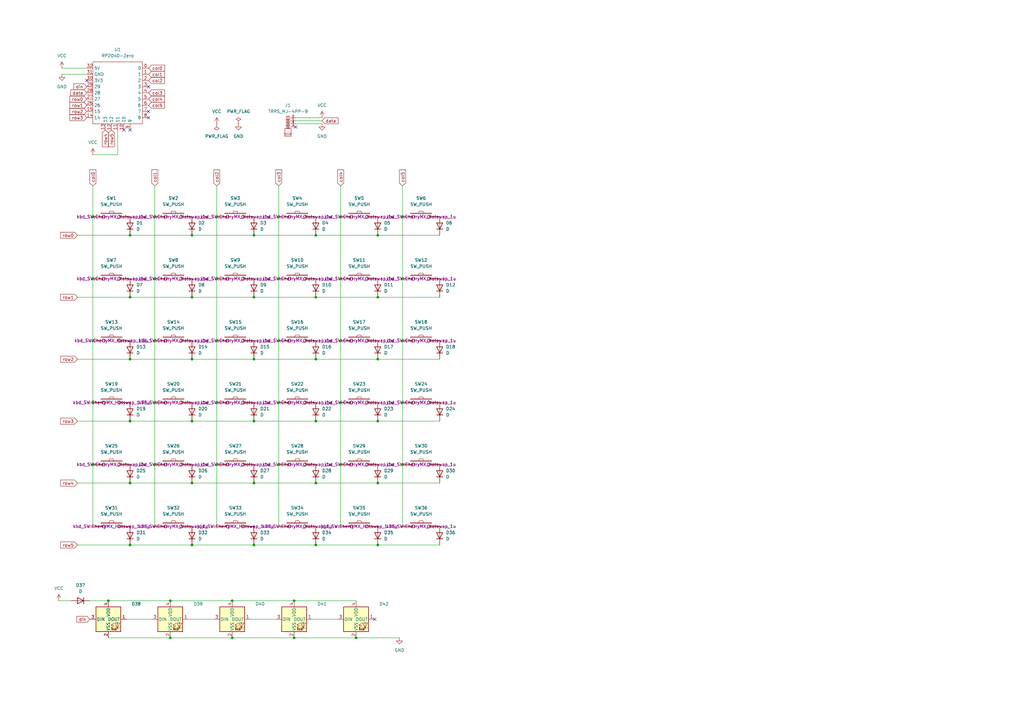
<source format=kicad_sch>
(kicad_sch (version 20231120) (generator "eeschema") (generator_version "8.0")
  (paper "A3")
  (lib_symbols
    (symbol "Device:D" (pin_numbers hide) (pin_names (offset 1.016) hide)
      (property "Reference" "D" (at 0 2.54 0))
      (property "Value" "D" (at 0 -2.54 0))
      (symbol "D_0_1"
        (polyline (pts (xy -1.27 1.27) (xy -1.27 -1.27)) (stroke (width 0.254)))
        (polyline (pts (xy 1.27 0) (xy -1.27 0)))
        (polyline (pts (xy 1.27 1.27) (xy 1.27 -1.27) (xy -1.27 0) (xy 1.27 1.27)) (stroke (width 0.254)))
      )
      (symbol "D_1_1"
        (pin passive line (at -3.81 0 0) (length 2.54) (name "K") (number "1"))
        (pin passive line (at 3.81 0 180) (length 2.54) (name "A") (number "2"))
      )
    )
    (symbol "LED:SK6812MINI" (pin_names (offset 0.254))
      (property "Reference" "D" (at 5.08 5.715 0))
      (property "Value" "SK6812MINI" (at 1.27 -5.715 0))
      (symbol "SK6812MINI_0_0"
        (text "RGB" (at 2.286 -4.191 0) (effects (font (size 0.762 0.762))))
      )
      (symbol "SK6812MINI_0_1"
        (polyline (pts (xy 1.27 -3.556) (xy 1.778 -3.556)))
        (polyline (pts (xy 1.27 -2.54) (xy 1.778 -2.54)))
        (polyline (pts (xy 4.699 -3.556) (xy 2.667 -3.556)))
        (polyline (pts (xy 2.286 -2.54) (xy 1.27 -3.556) (xy 1.27 -3.048)))
        (polyline (pts (xy 2.286 -1.524) (xy 1.27 -2.54) (xy 1.27 -2.032)))
        (polyline (pts (xy 3.683 -1.016) (xy 3.683 -3.556) (xy 3.683 -4.064)))
        (polyline (pts (xy 4.699 -1.524) (xy 2.667 -1.524) (xy 3.683 -3.556) (xy 4.699 -1.524)))
        (rectangle (start 5.08 5.08) (end -5.08 -5.08) (stroke (width 0.254)) (fill (type background)))
      )
      (symbol "SK6812MINI_1_1"
        (pin output line (at 7.62 0 180) (length 2.54) (name "DOUT") (number "1"))
        (pin power_in line (at 0 -7.62 90) (length 2.54) (name "VSS") (number "2"))
        (pin input line (at -7.62 0 0) (length 2.54) (name "DIN") (number "3"))
        (pin power_in line (at 0 7.62 270) (length 2.54) (name "VDD") (number "4"))
      )
    )
    (symbol "Salicylic_kbd:TRRS_MJ-4PP-9" (pin_names (offset 1.016))
      (property "Reference" "J" (at 0 5.08 0))
      (property "Value" "TRRS_MJ-4PP-9" (at 0 -6.985 0))
      (symbol "TRRS_MJ-4PP-9_0_0"
        (text "R" (at 0 0 0) (effects (font (size 0.6096 0.6096))))
        (text "R" (at 0 1.27 0) (effects (font (size 0.6096 0.6096))))
        (text "S" (at 0 -1.27 0) (effects (font (size 0.6096 0.6096))))
        (text "T" (at 0 2.54 0) (effects (font (size 0.6096 0.6096))))
      )
      (symbol "TRRS_MJ-4PP-9_0_1"
        (rectangle (start -1.27 -3.81) (end 1.27 -4.445))
        (rectangle (start -1.27 -1.905) (end 1.27 -5.08))
        (rectangle (start -0.635 -0.635) (end 0.635 -1.905))
        (rectangle (start -0.635 0.635) (end 0.635 -0.635))
        (rectangle (start -0.635 1.905) (end 0.635 0.635))
        (rectangle (start -0.635 3.175) (end 0.635 1.905))
      )
      (symbol "TRRS_MJ-4PP-9_1_1"
        (pin input line (at 3.175 -1.27 180) (length 2.0066) (name "~") (number "A"))
        (pin input line (at 3.175 0 180) (length 2.0066) (name "~") (number "B"))
        (pin input line (at 3.175 1.27 180) (length 2.0066) (name "~") (number "C"))
        (pin input line (at 3.175 2.54 180) (length 2.0066) (name "~") (number "D"))
      )
    )
    (symbol "isw-mcu:RP2040-Zero"
      (property "Reference" "U" (at 0 17.78 0))
      (property "Value" "RP2040-Zero" (at 0 15.24 0))
      (symbol "RP2040-Zero_0_1"
        (rectangle (start -10.16 12.7) (end 10.16 -12.7))
      )
      (symbol "RP2040-Zero_1_1"
        (pin tri_state line (at 12.7 10.16 180) (length 2.54) (name "0") (number "0"))
        (pin bidirectional line (at 12.7 7.62 180) (length 2.54) (name "1") (number "1"))
        (pin bidirectional line (at 2.54 -15.24 90) (length 2.54) (name "10") (number "10"))
        (pin bidirectional line (at 0 -15.24 90) (length 2.54) (name "11") (number "11"))
        (pin bidirectional line (at -2.54 -15.24 90) (length 2.54) (name "12") (number "12"))
        (pin bidirectional line (at -5.08 -15.24 90) (length 2.54) (name "13") (number "13"))
        (pin bidirectional line (at -12.7 -10.16 0) (length 2.54) (name "14") (number "14"))
        (pin bidirectional line (at -12.7 -7.62 0) (length 2.54) (name "15") (number "15"))
        (pin bidirectional line (at 12.7 5.08 180) (length 2.54) (name "2") (number "2"))
        (pin bidirectional line (at -12.7 -5.08 0) (length 2.54) (name "26") (number "26"))
        (pin bidirectional line (at -12.7 -2.54 0) (length 2.54) (name "27") (number "27"))
        (pin bidirectional line (at -12.7 0 0) (length 2.54) (name "28") (number "28"))
        (pin bidirectional line (at -12.7 2.54 0) (length 2.54) (name "29") (number "29"))
        (pin bidirectional line (at 12.7 2.54 180) (length 2.54) (name "3") (number "3"))
        (pin power_out line (at -12.7 5.08 0) (length 2.54) (name "3V3") (number "30"))
        (pin power_in line (at -12.7 7.62 0) (length 2.54) (name "GND") (number "31"))
        (pin power_out line (at -12.7 10.16 0) (length 2.54) (name "5V") (number "32"))
        (pin bidirectional line (at 12.7 0 180) (length 2.54) (name "4") (number "4"))
        (pin bidirectional line (at 12.7 -2.54 180) (length 2.54) (name "5") (number "5"))
        (pin bidirectional line (at 12.7 -5.08 180) (length 2.54) (name "6") (number "6"))
        (pin bidirectional line (at 12.7 -7.62 180) (length 2.54) (name "7") (number "7"))
        (pin bidirectional line (at 12.7 -10.16 180) (length 2.54) (name "8") (number "8"))
        (pin bidirectional line (at 5.08 -15.24 90) (length 2.54) (name "9") (number "9"))
      )
    )
    (symbol "kbd:SW_PUSH" (pin_numbers hide) (pin_names (offset 1.016) hide)
      (property "Reference" "SW" (at 3.81 2.794 0))
      (property "Value" "SW_PUSH" (at 0 -2.032 0))
      (symbol "SW_PUSH_0_1"
        (rectangle (start -4.318 1.27) (end 4.318 1.524))
        (polyline (pts (xy -1.016 1.524) (xy -0.762 2.286) (xy 0.762 2.286) (xy 1.016 1.524)))
        (pin passive inverted (at -7.62 0 0) (length 5.08) (name "1") (number "1"))
        (pin passive inverted (at 7.62 0 180) (length 5.08) (name "2") (number "2"))
      )
    )
    (symbol "power:GND" (power) (pin_numbers hide) (pin_names (offset 0) hide)
      (property "Value" "GND" (at 0 -3.81 0))
      (symbol "GND_0_1"
        (polyline (pts (xy 0 0) (xy 0 -1.27) (xy 1.27 -1.27) (xy 0 -2.54) (xy -1.27 -1.27) (xy 0 -1.27)))
      )
      (symbol "GND_1_1"
        (pin power_in line (at 0 0 270) (length 0) (name "~") (number "1"))
      )
    )
    (symbol "power:PWR_FLAG" (power) (pin_numbers hide) (pin_names (offset 0) hide)
      (property "Value" "PWR_FLAG" (at 0 3.81 0))
      (symbol "PWR_FLAG_0_0"
        (pin power_out line (at 0 0 90) (length 0) (name "~") (number "1"))
      )
      (symbol "PWR_FLAG_0_1"
        (polyline (pts (xy 0 0) (xy 0 1.27) (xy -1.016 1.905) (xy 0 2.54) (xy 1.016 1.905) (xy 0 1.27)))
      )
    )
    (symbol "power:VCC" (power) (pin_numbers hide) (pin_names (offset 0) hide)
      (property "Value" "VCC" (at 0 3.556 0))
      (symbol "VCC_0_1"
        (polyline (pts (xy -0.762 1.27) (xy 0 2.54)))
        (polyline (pts (xy 0 0) (xy 0 2.54)))
        (polyline (pts (xy 0 2.54) (xy 0.762 1.27)))
      )
      (symbol "VCC_1_1"
        (pin power_in line (at 0 0 90) (length 0) (name "~") (number "1"))
      )
    )
  )
  (junction (at 38.1 114.3))
  (junction (at 78.74 147.32))
  (junction (at 63.5 139.7))
  (junction (at 69.85 261.62))
  (junction (at 78.74 172.72))
  (junction (at 165.1 114.3))
  (junction (at 88.9 88.9))
  (junction (at 114.3 88.9))
  (junction (at 139.7 114.3))
  (junction (at 154.94 96.52))
  (junction (at 165.1 190.5))
  (junction (at 104.14 147.32))
  (junction (at 129.54 121.92))
  (junction (at 154.94 121.92))
  (junction (at 129.54 172.72))
  (junction (at 139.7 88.9))
  (junction (at 78.74 223.52))
  (junction (at 165.1 88.9))
  (junction (at 88.9 190.5))
  (junction (at 88.9 165.1))
  (junction (at 38.1 165.1))
  (junction (at 104.14 223.52))
  (junction (at 129.54 96.52))
  (junction (at 53.34 223.52))
  (junction (at 44.45 246.38))
  (junction (at 129.54 147.32))
  (junction (at 165.1 165.1))
  (junction (at 129.54 223.52))
  (junction (at 154.94 147.32))
  (junction (at 114.3 190.5))
  (junction (at 53.34 147.32))
  (junction (at 114.3 114.3))
  (junction (at 154.94 223.52))
  (junction (at 139.7 139.7))
  (junction (at 114.3 165.1))
  (junction (at 38.1 139.7))
  (junction (at 63.5 88.9))
  (junction (at 139.7 165.1))
  (junction (at 104.14 96.52))
  (junction (at 120.65 261.62))
  (junction (at 95.25 261.62))
  (junction (at 78.74 96.52))
  (junction (at 53.34 96.52))
  (junction (at 139.7 190.5))
  (junction (at 104.14 172.72))
  (junction (at 78.74 198.12))
  (junction (at 53.34 121.92))
  (junction (at 95.25 246.38))
  (junction (at 88.9 139.7))
  (junction (at 63.5 165.1))
  (junction (at 88.9 114.3))
  (junction (at 78.74 121.92))
  (junction (at 154.94 198.12))
  (junction (at 104.14 121.92))
  (junction (at 154.94 172.72))
  (junction (at 53.34 172.72))
  (junction (at 63.5 114.3))
  (junction (at 38.1 190.5))
  (junction (at 146.05 261.62))
  (junction (at 120.65 246.38))
  (junction (at 165.1 139.7))
  (junction (at 114.3 139.7))
  (junction (at 104.14 198.12))
  (junction (at 69.85 246.38))
  (junction (at 129.54 198.12))
  (junction (at 53.34 198.12))
  (junction (at 38.1 88.9))
  (junction (at 63.5 190.5))
  (no_connect (at 35.56 33.02))
  (no_connect (at 153.67 254))
  (no_connect (at 60.96 45.72))
  (no_connect (at 60.96 35.56))
  (no_connect (at 53.34 53.34))
  (no_connect (at 50.8 53.34))
  (no_connect (at 60.96 48.26))
  (no_connect (at 121.285 52.07))
  (wire (pts (xy 25.4 30.48) (xy 35.56 30.48)))
  (wire (pts (xy 146.05 261.62) (xy 163.83 261.62)))
  (wire (pts (xy 129.54 172.72) (xy 154.94 172.72)))
  (wire (pts (xy 31.75 147.32) (xy 53.34 147.32)))
  (wire (pts (xy 78.74 223.52) (xy 104.14 223.52)))
  (wire (pts (xy 31.75 223.52) (xy 53.34 223.52)))
  (wire (pts (xy 104.14 198.12) (xy 129.54 198.12)))
  (wire (pts (xy 53.34 121.92) (xy 78.74 121.92)))
  (wire (pts (xy 114.3 190.5) (xy 114.3 215.9)))
  (wire (pts (xy 48.26 53.34) (xy 48.26 63.5)))
  (wire (pts (xy 165.1 114.3) (xy 165.1 139.7)))
  (wire (pts (xy 77.47 254) (xy 87.63 254)))
  (wire (pts (xy 88.9 139.7) (xy 88.9 165.1)))
  (wire (pts (xy 114.3 76.2) (xy 114.3 88.9)))
  (wire (pts (xy 165.1 190.5) (xy 165.1 215.9)))
  (wire (pts (xy 69.85 261.62) (xy 95.25 261.62)))
  (wire (pts (xy 78.74 172.72) (xy 104.14 172.72)))
  (wire (pts (xy 53.34 223.52) (xy 78.74 223.52)))
  (wire (pts (xy 139.7 114.3) (xy 139.7 139.7)))
  (wire (pts (xy 104.14 96.52) (xy 129.54 96.52)))
  (wire (pts (xy 139.7 88.9) (xy 139.7 114.3)))
  (wire (pts (xy 38.1 114.3) (xy 38.1 139.7)))
  (wire (pts (xy 88.9 165.1) (xy 88.9 190.5)))
  (wire (pts (xy 121.285 49.53) (xy 132.08 49.53)))
  (wire (pts (xy 78.74 96.52) (xy 104.14 96.52)))
  (wire (pts (xy 114.3 165.1) (xy 114.3 190.5)))
  (wire (pts (xy 104.14 121.92) (xy 129.54 121.92)))
  (wire (pts (xy 95.25 246.38) (xy 120.65 246.38)))
  (wire (pts (xy 78.74 121.92) (xy 104.14 121.92)))
  (wire (pts (xy 121.285 48.26) (xy 132.08 48.26)))
  (wire (pts (xy 114.3 139.7) (xy 114.3 165.1)))
  (wire (pts (xy 53.34 198.12) (xy 78.74 198.12)))
  (wire (pts (xy 165.1 76.2) (xy 165.1 88.9)))
  (wire (pts (xy 165.1 165.1) (xy 165.1 190.5)))
  (wire (pts (xy 38.1 165.1) (xy 38.1 190.5)))
  (wire (pts (xy 129.54 121.92) (xy 154.94 121.92)))
  (wire (pts (xy 154.94 121.92) (xy 180.34 121.92)))
  (wire (pts (xy 104.14 147.32) (xy 129.54 147.32)))
  (wire (pts (xy 36.83 246.38) (xy 44.45 246.38)))
  (wire (pts (xy 121.285 50.8) (xy 132.08 50.8)))
  (wire (pts (xy 44.45 261.62) (xy 69.85 261.62)))
  (wire (pts (xy 95.25 261.62) (xy 120.65 261.62)))
  (wire (pts (xy 38.1 63.5) (xy 48.26 63.5)))
  (wire (pts (xy 53.34 96.52) (xy 78.74 96.52)))
  (wire (pts (xy 44.45 246.38) (xy 69.85 246.38)))
  (wire (pts (xy 114.3 114.3) (xy 114.3 139.7)))
  (wire (pts (xy 63.5 190.5) (xy 63.5 215.9)))
  (wire (pts (xy 154.94 147.32) (xy 180.34 147.32)))
  (wire (pts (xy 114.3 88.9) (xy 114.3 114.3)))
  (wire (pts (xy 31.75 96.52) (xy 53.34 96.52)))
  (wire (pts (xy 53.34 147.32) (xy 78.74 147.32)))
  (wire (pts (xy 88.9 76.2) (xy 88.9 88.9)))
  (wire (pts (xy 120.65 246.38) (xy 146.05 246.38)))
  (wire (pts (xy 129.54 147.32) (xy 154.94 147.32)))
  (wire (pts (xy 139.7 76.2) (xy 139.7 88.9)))
  (wire (pts (xy 25.4 27.94) (xy 35.56 27.94)))
  (wire (pts (xy 78.74 147.32) (xy 104.14 147.32)))
  (wire (pts (xy 38.1 76.2) (xy 38.1 88.9)))
  (wire (pts (xy 165.1 139.7) (xy 165.1 165.1)))
  (wire (pts (xy 31.75 198.12) (xy 53.34 198.12)))
  (wire (pts (xy 63.5 139.7) (xy 63.5 165.1)))
  (wire (pts (xy 129.54 223.52) (xy 154.94 223.52)))
  (wire (pts (xy 69.85 246.38) (xy 95.25 246.38)))
  (wire (pts (xy 104.14 223.52) (xy 129.54 223.52)))
  (wire (pts (xy 128.27 254) (xy 138.43 254)))
  (wire (pts (xy 129.54 198.12) (xy 154.94 198.12)))
  (wire (pts (xy 139.7 139.7) (xy 139.7 165.1)))
  (wire (pts (xy 104.14 172.72) (xy 129.54 172.72)))
  (wire (pts (xy 24.13 246.38) (xy 29.21 246.38)))
  (wire (pts (xy 139.7 190.5) (xy 139.7 215.9)))
  (wire (pts (xy 88.9 88.9) (xy 88.9 114.3)))
  (wire (pts (xy 63.5 114.3) (xy 63.5 139.7)))
  (wire (pts (xy 38.1 190.5) (xy 38.1 215.9)))
  (wire (pts (xy 31.75 121.92) (xy 53.34 121.92)))
  (wire (pts (xy 63.5 88.9) (xy 63.5 114.3)))
  (wire (pts (xy 154.94 96.52) (xy 180.34 96.52)))
  (wire (pts (xy 63.5 76.2) (xy 63.5 88.9)))
  (wire (pts (xy 154.94 223.52) (xy 180.34 223.52)))
  (wire (pts (xy 88.9 114.3) (xy 88.9 139.7)))
  (wire (pts (xy 120.65 261.62) (xy 146.05 261.62)))
  (wire (pts (xy 88.9 190.5) (xy 88.9 215.9)))
  (wire (pts (xy 52.07 254) (xy 62.23 254)))
  (wire (pts (xy 53.34 172.72) (xy 78.74 172.72)))
  (wire (pts (xy 139.7 165.1) (xy 139.7 190.5)))
  (wire (pts (xy 38.1 139.7) (xy 38.1 165.1)))
  (wire (pts (xy 165.1 88.9) (xy 165.1 114.3)))
  (wire (pts (xy 129.54 96.52) (xy 154.94 96.52)))
  (wire (pts (xy 102.87 254) (xy 113.03 254)))
  (wire (pts (xy 154.94 172.72) (xy 180.34 172.72)))
  (wire (pts (xy 38.1 88.9) (xy 38.1 114.3)))
  (wire (pts (xy 154.94 198.12) (xy 180.34 198.12)))
  (wire (pts (xy 78.74 198.12) (xy 104.14 198.12)))
  (wire (pts (xy 31.75 172.72) (xy 53.34 172.72)))
  (wire (pts (xy 63.5 165.1) (xy 63.5 190.5)))
  (global_label "din" (shape input) (at 35.56 35.56 180) (property "Intersheetrefs" "${INTERSHEET_REFS}" (effects (hide yes))))
  (global_label "col0" (shape input) (at 38.1 76.2 90) (property "Intersheetrefs" "${INTERSHEET_REFS}" (effects (hide yes))))
  (global_label "row0" (shape input) (at 35.56 40.64 180) (property "Intersheetrefs" "${INTERSHEET_REFS}" (effects (hide yes))))
  (global_label "col3" (shape input) (at 60.96 38.1 0) (property "Intersheetrefs" "${INTERSHEET_REFS}" (effects (hide yes))))
  (global_label "col0" (shape input) (at 60.96 27.94 0) (property "Intersheetrefs" "${INTERSHEET_REFS}" (effects (hide yes))))
  (global_label "row1" (shape input) (at 35.56 43.18 180) (property "Intersheetrefs" "${INTERSHEET_REFS}" (effects (hide yes))))
  (global_label "col1" (shape input) (at 60.96 30.48 0) (property "Intersheetrefs" "${INTERSHEET_REFS}" (effects (hide yes))))
  (global_label "col1" (shape input) (at 63.5 76.2 90) (property "Intersheetrefs" "${INTERSHEET_REFS}" (effects (hide yes))))
  (global_label "row4" (shape input) (at 31.75 198.12 180) (property "Intersheetrefs" "${INTERSHEET_REFS}" (effects (hide yes))))
  (global_label "col4" (shape input) (at 139.7 76.2 90) (property "Intersheetrefs" "${INTERSHEET_REFS}" (effects (hide yes))))
  (global_label "row4" (shape input) (at 43.18 53.34 270) (property "Intersheetrefs" "${INTERSHEET_REFS}" (effects (hide yes))))
  (global_label "row3" (shape input) (at 31.75 172.72 180) (property "Intersheetrefs" "${INTERSHEET_REFS}" (effects (hide yes))))
  (global_label "row2" (shape input) (at 31.75 147.32 180) (property "Intersheetrefs" "${INTERSHEET_REFS}" (effects (hide yes))))
  (global_label "row5" (shape input) (at 45.72 53.34 270) (property "Intersheetrefs" "${INTERSHEET_REFS}" (effects (hide yes))))
  (global_label "din" (shape input) (at 36.83 254 180) (property "Intersheetrefs" "${INTERSHEET_REFS}" (effects (hide yes))))
  (global_label "row1" (shape input) (at 31.75 121.92 180) (property "Intersheetrefs" "${INTERSHEET_REFS}" (effects (hide yes))))
  (global_label "data" (shape input) (at 132.08 49.53 0) (property "Intersheetrefs" "${INTERSHEET_REFS}" (effects (hide yes))))
  (global_label "row3" (shape input) (at 35.56 48.26 180) (property "Intersheetrefs" "${INTERSHEET_REFS}" (effects (hide yes))))
  (global_label "col2" (shape input) (at 60.96 33.02 0) (property "Intersheetrefs" "${INTERSHEET_REFS}" (effects (hide yes))))
  (global_label "col3" (shape input) (at 114.3 76.2 90) (property "Intersheetrefs" "${INTERSHEET_REFS}" (effects (hide yes))))
  (global_label "col5" (shape input) (at 60.96 43.18 0) (property "Intersheetrefs" "${INTERSHEET_REFS}" (effects (hide yes))))
  (global_label "data" (shape input) (at 35.56 38.1 180) (property "Intersheetrefs" "${INTERSHEET_REFS}" (effects (hide yes))))
  (global_label "row0" (shape input) (at 31.75 96.52 180) (property "Intersheetrefs" "${INTERSHEET_REFS}" (effects (hide yes))))
  (global_label "row5" (shape input) (at 31.75 223.52 180) (property "Intersheetrefs" "${INTERSHEET_REFS}" (effects (hide yes))))
  (global_label "col4" (shape input) (at 60.96 40.64 0) (property "Intersheetrefs" "${INTERSHEET_REFS}" (effects (hide yes))))
  (global_label "col2" (shape input) (at 88.9 76.2 90) (property "Intersheetrefs" "${INTERSHEET_REFS}" (effects (hide yes))))
  (global_label "row2" (shape input) (at 35.56 45.72 180) (property "Intersheetrefs" "${INTERSHEET_REFS}" (effects (hide yes))))
  (global_label "col5" (shape input) (at 165.1 76.2 90) (property "Intersheetrefs" "${INTERSHEET_REFS}" (effects (hide yes))))
  (symbol (lib_id "Device:D") (at 104.14 118.11 90) (unit 1)
    (property "Reference" "D9" (at 106.68 116.8399 90) (effects (justify right)))
    (property "Value" "D" (at 106.68 119.3799 90) (effects (justify right)))
    (property "Footprint" "kbd_Parts:Diode_SMD" (effects (hide yes)))
    (property "Description" "Diode" (effects (hide yes)))
    (property "Sim.Device" "D" (effects (hide yes)))
    (property "Sim.Pins" "1=K 2=A" (effects (hide yes)))
  )
  (symbol (lib_id "power:GND") (at 132.08 50.8 0) (unit 1)
    (property "Reference" "#PWR04" (effects (hide yes)))
    (property "Value" "GND" (at 132.08 55.88 0))
    (property "Description" "Power symbol creates a global label with name \"GND\" , ground" (effects (hide yes)))
  )
  (symbol (lib_id "kbd:SW_PUSH") (at 121.92 190.5 0) (unit 1)
    (property "Reference" "SW28" (at 121.92 182.88 0))
    (property "Value" "SW_PUSH" (at 121.92 185.42 0))
    (property "Footprint" "kbd_SW:CherryMX_Hotswap_1u" (at 121.92 190.5 0))
  )
  (symbol (lib_id "Device:D") (at 104.14 92.71 90) (unit 1)
    (property "Reference" "D3" (at 106.68 91.4399 90) (effects (justify right)))
    (property "Value" "D" (at 106.68 93.9799 90) (effects (justify right)))
    (property "Footprint" "kbd_Parts:Diode_SMD" (effects (hide yes)))
    (property "Description" "Diode" (effects (hide yes)))
    (property "Sim.Device" "D" (effects (hide yes)))
    (property "Sim.Pins" "1=K 2=A" (effects (hide yes)))
  )
  (symbol (lib_id "Device:D") (at 129.54 143.51 90) (unit 1)
    (property "Reference" "D16" (at 132.08 142.2399 90) (effects (justify right)))
    (property "Value" "D" (at 132.08 144.7799 90) (effects (justify right)))
    (property "Footprint" "kbd_Parts:Diode_SMD" (effects (hide yes)))
    (property "Description" "Diode" (effects (hide yes)))
    (property "Sim.Device" "D" (effects (hide yes)))
    (property "Sim.Pins" "1=K 2=A" (effects (hide yes)))
  )
  (symbol (lib_id "Device:D") (at 53.34 143.51 90) (unit 1)
    (property "Reference" "D13" (at 55.88 142.2399 90) (effects (justify right)))
    (property "Value" "D" (at 55.88 144.7799 90) (effects (justify right)))
    (property "Footprint" "kbd_Parts:Diode_SMD" (effects (hide yes)))
    (property "Description" "Diode" (effects (hide yes)))
    (property "Sim.Device" "D" (effects (hide yes)))
    (property "Sim.Pins" "1=K 2=A" (effects (hide yes)))
  )
  (symbol (lib_id "kbd:SW_PUSH") (at 121.92 139.7 0) (unit 1)
    (property "Reference" "SW16" (at 121.92 132.08 0))
    (property "Value" "SW_PUSH" (at 121.92 134.62 0))
    (property "Footprint" "kbd_SW:CherryMX_Hotswap_1u" (at 121.92 139.7 0))
  )
  (symbol (lib_id "power:VCC") (at 38.1 63.5 0) (unit 1)
    (property "Reference" "#PWR07" (effects (hide yes)))
    (property "Value" "VCC" (at 38.1 58.42 0))
    (property "Description" "Power symbol creates a global label with name \"VCC\"" (effects (hide yes)))
  )
  (symbol (lib_id "Device:D") (at 180.34 219.71 90) (unit 1)
    (property "Reference" "D36" (at 182.88 218.4399 90) (effects (justify right)))
    (property "Value" "D" (at 182.88 220.9799 90) (effects (justify right)))
    (property "Footprint" "kbd_Parts:Diode_SMD" (effects (hide yes)))
    (property "Description" "Diode" (effects (hide yes)))
    (property "Sim.Device" "D" (effects (hide yes)))
    (property "Sim.Pins" "1=K 2=A" (effects (hide yes)))
  )
  (symbol (lib_id "kbd:SW_PUSH") (at 71.12 88.9 0) (unit 1)
    (property "Reference" "SW2" (at 71.12 81.28 0))
    (property "Value" "SW_PUSH" (at 71.12 83.82 0))
    (property "Footprint" "kbd_SW:CherryMX_Hotswap_1u" (at 71.12 88.9 0))
  )
  (symbol (lib_id "isw-mcu:RP2040-Zero") (at 48.26 38.1 0) (unit 1)
    (property "Reference" "U1" (at 48.26 20.32 0))
    (property "Value" "RP2040-Zero" (at 48.26 22.86 0))
    (property "Footprint" "askey:RP2040-Zero-TH" (effects (hide yes)))
  )
  (symbol (lib_id "Device:D") (at 180.34 194.31 90) (unit 1)
    (property "Reference" "D30" (at 182.88 193.0399 90) (effects (justify right)))
    (property "Value" "D" (at 182.88 195.5799 90) (effects (justify right)))
    (property "Footprint" "kbd_Parts:Diode_SMD" (effects (hide yes)))
    (property "Description" "Diode" (effects (hide yes)))
    (property "Sim.Device" "D" (effects (hide yes)))
    (property "Sim.Pins" "1=K 2=A" (effects (hide yes)))
  )
  (symbol (lib_id "power:VCC") (at 24.13 246.38 0) (unit 1)
    (property "Reference" "#PWR08" (effects (hide yes)))
    (property "Value" "VCC" (at 24.13 241.3 0))
    (property "Description" "Power symbol creates a global label with name \"VCC\"" (effects (hide yes)))
  )
  (symbol (lib_id "kbd:SW_PUSH") (at 147.32 88.9 0) (unit 1)
    (property "Reference" "SW5" (at 147.32 81.28 0))
    (property "Value" "SW_PUSH" (at 147.32 83.82 0))
    (property "Footprint" "kbd_SW:CherryMX_Hotswap_1u" (at 147.32 88.9 0))
  )
  (symbol (lib_id "kbd:SW_PUSH") (at 96.52 139.7 0) (unit 1)
    (property "Reference" "SW15" (at 96.52 132.08 0))
    (property "Value" "SW_PUSH" (at 96.52 134.62 0))
    (property "Footprint" "kbd_SW:CherryMX_Hotswap_1u" (at 96.52 139.7 0))
  )
  (symbol (lib_id "power:GND") (at 97.79 50.8 0) (unit 1)
    (property "Reference" "#PWR03" (effects (hide yes)))
    (property "Value" "GND" (at 97.79 55.88 0))
    (property "Description" "Power symbol creates a global label with name \"GND\" , ground" (effects (hide yes)))
  )
  (symbol (lib_id "kbd:SW_PUSH") (at 172.72 165.1 0) (unit 1)
    (property "Reference" "SW24" (at 172.72 157.48 0))
    (property "Value" "SW_PUSH" (at 172.72 160.02 0))
    (property "Footprint" "kbd_SW:CherryMX_Hotswap_1u" (at 172.72 165.1 0))
  )
  (symbol (lib_id "kbd:SW_PUSH") (at 71.12 165.1 0) (unit 1)
    (property "Reference" "SW20" (at 71.12 157.48 0))
    (property "Value" "SW_PUSH" (at 71.12 160.02 0))
    (property "Footprint" "kbd_SW:CherryMX_Hotswap_1u" (at 71.12 165.1 0))
  )
  (symbol (lib_id "Device:D") (at 78.74 194.31 90) (unit 1)
    (property "Reference" "D26" (at 81.28 193.0399 90) (effects (justify right)))
    (property "Value" "D" (at 81.28 195.5799 90) (effects (justify right)))
    (property "Footprint" "kbd_Parts:Diode_SMD" (effects (hide yes)))
    (property "Description" "Diode" (effects (hide yes)))
    (property "Sim.Device" "D" (effects (hide yes)))
    (property "Sim.Pins" "1=K 2=A" (effects (hide yes)))
  )
  (symbol (lib_id "kbd:SW_PUSH") (at 147.32 215.9 0) (unit 1)
    (property "Reference" "SW35" (at 147.32 208.28 0))
    (property "Value" "SW_PUSH" (at 147.32 210.82 0))
    (property "Footprint" "kbd_SW:CherryMX_Hotswap_1.25u" (at 147.32 215.9 0))
  )
  (symbol (lib_id "kbd:SW_PUSH") (at 172.72 88.9 0) (unit 1)
    (property "Reference" "SW6" (at 172.72 81.28 0))
    (property "Value" "SW_PUSH" (at 172.72 83.82 0))
    (property "Footprint" "kbd_SW:CherryMX_Hotswap_1u" (at 172.72 88.9 0))
  )
  (symbol (lib_id "kbd:SW_PUSH") (at 147.32 114.3 0) (unit 1)
    (property "Reference" "SW11" (at 147.32 106.68 0))
    (property "Value" "SW_PUSH" (at 147.32 109.22 0))
    (property "Footprint" "kbd_SW:CherryMX_Hotswap_1u" (at 147.32 114.3 0))
  )
  (symbol (lib_id "kbd:SW_PUSH") (at 71.12 190.5 0) (unit 1)
    (property "Reference" "SW26" (at 71.12 182.88 0))
    (property "Value" "SW_PUSH" (at 71.12 185.42 0))
    (property "Footprint" "kbd_SW:CherryMX_Hotswap_1u" (at 71.12 190.5 0))
  )
  (symbol (lib_id "Device:D") (at 154.94 194.31 90) (unit 1)
    (property "Reference" "D29" (at 157.48 193.0399 90) (effects (justify right)))
    (property "Value" "D" (at 157.48 195.5799 90) (effects (justify right)))
    (property "Footprint" "kbd_Parts:Diode_SMD" (effects (hide yes)))
    (property "Description" "Diode" (effects (hide yes)))
    (property "Sim.Device" "D" (effects (hide yes)))
    (property "Sim.Pins" "1=K 2=A" (effects (hide yes)))
  )
  (symbol (lib_id "kbd:SW_PUSH") (at 96.52 190.5 0) (unit 1)
    (property "Reference" "SW27" (at 96.52 182.88 0))
    (property "Value" "SW_PUSH" (at 96.52 185.42 0))
    (property "Footprint" "kbd_SW:CherryMX_Hotswap_1u" (at 96.52 190.5 0))
  )
  (symbol (lib_id "Device:D") (at 78.74 92.71 90) (unit 1)
    (property "Reference" "D2" (at 81.28 91.4399 90) (effects (justify right)))
    (property "Value" "D" (at 81.28 93.9799 90) (effects (justify right)))
    (property "Footprint" "kbd_Parts:Diode_SMD" (effects (hide yes)))
    (property "Description" "Diode" (effects (hide yes)))
    (property "Sim.Device" "D" (effects (hide yes)))
    (property "Sim.Pins" "1=K 2=A" (effects (hide yes)))
  )
  (symbol (lib_id "kbd:SW_PUSH") (at 96.52 114.3 0) (unit 1)
    (property "Reference" "SW9" (at 96.52 106.68 0))
    (property "Value" "SW_PUSH" (at 96.52 109.22 0))
    (property "Footprint" "kbd_SW:CherryMX_Hotswap_1u" (at 96.52 114.3 0))
  )
  (symbol (lib_id "kbd:SW_PUSH") (at 172.72 190.5 0) (unit 1)
    (property "Reference" "SW30" (at 172.72 182.88 0))
    (property "Value" "SW_PUSH" (at 172.72 185.42 0))
    (property "Footprint" "kbd_SW:CherryMX_Hotswap_1u" (at 172.72 190.5 0))
  )
  (symbol (lib_id "LED:SK6812MINI") (at 95.25 254 0) (unit 1)
    (property "Reference" "D40" (at 106.68 247.6814 0))
    (property "Value" "WS2812B" (effects (hide yes)))
    (property "Footprint" "LED_SMD:LED_SK6812MINI_PLCC4_3.5x3.5mm_P1.75mm" (effects (hide yes)))
    (property "Datasheet" "https://cdn-shop.adafruit.com/product-files/2686/SK6812MINI_REV.01-1-2.pdf" (effects (hide yes)))
    (property "Description" "RGB LED with integrated controller" (effects (hide yes)))
  )
  (symbol (lib_id "kbd:SW_PUSH") (at 147.32 190.5 0) (unit 1)
    (property "Reference" "SW29" (at 147.32 182.88 0))
    (property "Value" "SW_PUSH" (at 147.32 185.42 0))
    (property "Footprint" "kbd_SW:CherryMX_Hotswap_1u" (at 147.32 190.5 0))
  )
  (symbol (lib_id "Device:D") (at 129.54 118.11 90) (unit 1)
    (property "Reference" "D10" (at 132.08 116.8399 90) (effects (justify right)))
    (property "Value" "D" (at 132.08 119.3799 90) (effects (justify right)))
    (property "Footprint" "kbd_Parts:Diode_SMD" (effects (hide yes)))
    (property "Description" "Diode" (effects (hide yes)))
    (property "Sim.Device" "D" (effects (hide yes)))
    (property "Sim.Pins" "1=K 2=A" (effects (hide yes)))
  )
  (symbol (lib_id "Device:D") (at 180.34 143.51 90) (unit 1)
    (property "Reference" "D18" (at 182.88 142.2399 90) (effects (justify right)))
    (property "Value" "D" (at 182.88 144.7799 90) (effects (justify right)))
    (property "Footprint" "kbd_Parts:Diode_SMD" (effects (hide yes)))
    (property "Description" "Diode" (effects (hide yes)))
    (property "Sim.Device" "D" (effects (hide yes)))
    (property "Sim.Pins" "1=K 2=A" (effects (hide yes)))
  )
  (symbol (lib_id "kbd:SW_PUSH") (at 121.92 88.9 0) (unit 1)
    (property "Reference" "SW4" (at 121.92 81.28 0))
    (property "Value" "SW_PUSH" (at 121.92 83.82 0))
    (property "Footprint" "kbd_SW:CherryMX_Hotswap_1u" (at 121.92 88.9 0))
  )
  (symbol (lib_id "Device:D") (at 154.94 92.71 90) (unit 1)
    (property "Reference" "D5" (at 157.48 91.4399 90) (effects (justify right)))
    (property "Value" "D" (at 157.48 93.9799 90) (effects (justify right)))
    (property "Footprint" "kbd_Parts:Diode_SMD" (effects (hide yes)))
    (property "Description" "Diode" (effects (hide yes)))
    (property "Sim.Device" "D" (effects (hide yes)))
    (property "Sim.Pins" "1=K 2=A" (effects (hide yes)))
  )
  (symbol (lib_id "Device:D") (at 154.94 143.51 90) (unit 1)
    (property "Reference" "D17" (at 157.48 142.2399 90) (effects (justify right)))
    (property "Value" "D" (at 157.48 144.7799 90) (effects (justify right)))
    (property "Footprint" "kbd_Parts:Diode_SMD" (effects (hide yes)))
    (property "Description" "Diode" (effects (hide yes)))
    (property "Sim.Device" "D" (effects (hide yes)))
    (property "Sim.Pins" "1=K 2=A" (effects (hide yes)))
  )
  (symbol (lib_id "power:VCC") (at 25.4 27.94 0) (unit 1)
    (property "Reference" "#PWR05" (effects (hide yes)))
    (property "Value" "VCC" (at 25.4 22.86 0))
    (property "Description" "Power symbol creates a global label with name \"VCC\"" (effects (hide yes)))
  )
  (symbol (lib_id "Device:D") (at 180.34 118.11 90) (unit 1)
    (property "Reference" "D12" (at 182.88 116.8399 90) (effects (justify right)))
    (property "Value" "D" (at 182.88 119.3799 90) (effects (justify right)))
    (property "Footprint" "kbd_Parts:Diode_SMD" (effects (hide yes)))
    (property "Description" "Diode" (effects (hide yes)))
    (property "Sim.Device" "D" (effects (hide yes)))
    (property "Sim.Pins" "1=K 2=A" (effects (hide yes)))
  )
  (symbol (lib_id "Device:D") (at 104.14 168.91 90) (unit 1)
    (property "Reference" "D21" (at 106.68 167.6399 90) (effects (justify right)))
    (property "Value" "D" (at 106.68 170.1799 90) (effects (justify right)))
    (property "Footprint" "kbd_Parts:Diode_SMD" (effects (hide yes)))
    (property "Description" "Diode" (effects (hide yes)))
    (property "Sim.Device" "D" (effects (hide yes)))
    (property "Sim.Pins" "1=K 2=A" (effects (hide yes)))
  )
  (symbol (lib_id "Device:D") (at 129.54 194.31 90) (unit 1)
    (property "Reference" "D28" (at 132.08 193.0399 90) (effects (justify right)))
    (property "Value" "D" (at 132.08 195.5799 90) (effects (justify right)))
    (property "Footprint" "kbd_Parts:Diode_SMD" (effects (hide yes)))
    (property "Description" "Diode" (effects (hide yes)))
    (property "Sim.Device" "D" (effects (hide yes)))
    (property "Sim.Pins" "1=K 2=A" (effects (hide yes)))
  )
  (symbol (lib_id "kbd:SW_PUSH") (at 96.52 215.9 0) (unit 1)
    (property "Reference" "SW33" (at 96.52 208.28 0))
    (property "Value" "SW_PUSH" (at 96.52 210.82 0))
    (property "Footprint" "kbd_SW:CherryMX_Hotswap_1.25u" (at 96.52 215.9 0))
  )
  (symbol (lib_id "Device:D") (at 78.74 118.11 90) (unit 1)
    (property "Reference" "D8" (at 81.28 116.8399 90) (effects (justify right)))
    (property "Value" "D" (at 81.28 119.3799 90) (effects (justify right)))
    (property "Footprint" "kbd_Parts:Diode_SMD" (effects (hide yes)))
    (property "Description" "Diode" (effects (hide yes)))
    (property "Sim.Device" "D" (effects (hide yes)))
    (property "Sim.Pins" "1=K 2=A" (effects (hide yes)))
  )
  (symbol (lib_id "kbd:SW_PUSH") (at 71.12 139.7 0) (unit 1)
    (property "Reference" "SW14" (at 71.12 132.08 0))
    (property "Value" "SW_PUSH" (at 71.12 134.62 0))
    (property "Footprint" "kbd_SW:CherryMX_Hotswap_1u" (at 71.12 139.7 0))
  )
  (symbol (lib_id "kbd:SW_PUSH") (at 45.72 114.3 0) (unit 1)
    (property "Reference" "SW7" (at 45.72 106.68 0))
    (property "Value" "SW_PUSH" (at 45.72 109.22 0))
    (property "Footprint" "kbd_SW:CherryMX_Hotswap_1u" (at 45.72 114.3 0))
  )
  (symbol (lib_id "kbd:SW_PUSH") (at 96.52 165.1 0) (unit 1)
    (property "Reference" "SW21" (at 96.52 157.48 0))
    (property "Value" "SW_PUSH" (at 96.52 160.02 0))
    (property "Footprint" "kbd_SW:CherryMX_Hotswap_1u" (at 96.52 165.1 0))
  )
  (symbol (lib_id "power:PWR_FLAG") (at 97.79 50.8 0) (unit 1)
    (property "Reference" "#FLG02" (effects (hide yes)))
    (property "Value" "PWR_FLAG" (at 97.79 45.72 0))
    (property "Description" "Special symbol for telling ERC where power comes from" (effects (hide yes)))
  )
  (symbol (lib_id "kbd:SW_PUSH") (at 172.72 139.7 0) (unit 1)
    (property "Reference" "SW18" (at 172.72 132.08 0))
    (property "Value" "SW_PUSH" (at 172.72 134.62 0))
    (property "Footprint" "kbd_SW:CherryMX_Hotswap_1u" (at 172.72 139.7 0))
  )
  (symbol (lib_id "Device:D") (at 104.14 219.71 90) (unit 1)
    (property "Reference" "D33" (at 106.68 218.4399 90) (effects (justify right)))
    (property "Value" "D" (at 106.68 220.9799 90) (effects (justify right)))
    (property "Footprint" "kbd_Parts:Diode_SMD" (effects (hide yes)))
    (property "Description" "Diode" (effects (hide yes)))
    (property "Sim.Device" "D" (effects (hide yes)))
    (property "Sim.Pins" "1=K 2=A" (effects (hide yes)))
  )
  (symbol (lib_id "Device:D") (at 78.74 143.51 90) (unit 1)
    (property "Reference" "D14" (at 81.28 142.2399 90) (effects (justify right)))
    (property "Value" "D" (at 81.28 144.7799 90) (effects (justify right)))
    (property "Footprint" "kbd_Parts:Diode_SMD" (effects (hide yes)))
    (property "Description" "Diode" (effects (hide yes)))
    (property "Sim.Device" "D" (effects (hide yes)))
    (property "Sim.Pins" "1=K 2=A" (effects (hide yes)))
  )
  (symbol (lib_id "kbd:SW_PUSH") (at 45.72 190.5 0) (unit 1)
    (property "Reference" "SW25" (at 45.72 182.88 0))
    (property "Value" "SW_PUSH" (at 45.72 185.42 0))
    (property "Footprint" "kbd_SW:CherryMX_Hotswap_2u" (at 45.72 190.5 0))
  )
  (symbol (lib_id "Device:D") (at 33.02 246.38 180) (unit 1)
    (property "Reference" "D37" (at 33.02 240.03 0))
    (property "Value" "D" (at 33.02 242.57 0))
    (property "Footprint" "kbd_Parts:Diode_SMD" (effects (hide yes)))
    (property "Description" "Diode" (effects (hide yes)))
    (property "Sim.Device" "D" (effects (hide yes)))
    (property "Sim.Pins" "1=K 2=A" (effects (hide yes)))
  )
  (symbol (lib_id "kbd:SW_PUSH") (at 121.92 114.3 0) (unit 1)
    (property "Reference" "SW10" (at 121.92 106.68 0))
    (property "Value" "SW_PUSH" (at 121.92 109.22 0))
    (property "Footprint" "kbd_SW:CherryMX_Hotswap_1u" (at 121.92 114.3 0))
  )
  (symbol (lib_id "power:VCC") (at 132.08 48.26 0) (unit 1)
    (property "Reference" "#PWR01" (effects (hide yes)))
    (property "Value" "VCC" (at 132.08 43.18 0))
    (property "Description" "Power symbol creates a global label with name \"VCC\"" (effects (hide yes)))
  )
  (symbol (lib_id "LED:SK6812MINI") (at 146.05 254 0) (unit 1)
    (property "Reference" "D42" (at 157.48 247.6814 0))
    (property "Value" "WS2812B" (effects (hide yes)))
    (property "Footprint" "LED_SMD:LED_SK6812MINI_PLCC4_3.5x3.5mm_P1.75mm" (effects (hide yes)))
    (property "Datasheet" "https://cdn-shop.adafruit.com/product-files/2686/SK6812MINI_REV.01-1-2.pdf" (effects (hide yes)))
    (property "Description" "RGB LED with integrated controller" (effects (hide yes)))
  )
  (symbol (lib_id "kbd:SW_PUSH") (at 71.12 114.3 0) (unit 1)
    (property "Reference" "SW8" (at 71.12 106.68 0))
    (property "Value" "SW_PUSH" (at 71.12 109.22 0))
    (property "Footprint" "kbd_SW:CherryMX_Hotswap_1u" (at 71.12 114.3 0))
  )
  (symbol (lib_id "Device:D") (at 53.34 118.11 90) (unit 1)
    (property "Reference" "D7" (at 55.88 116.8399 90) (effects (justify right)))
    (property "Value" "D" (at 55.88 119.3799 90) (effects (justify right)))
    (property "Footprint" "kbd_Parts:Diode_SMD" (effects (hide yes)))
    (property "Description" "Diode" (effects (hide yes)))
    (property "Sim.Device" "D" (effects (hide yes)))
    (property "Sim.Pins" "1=K 2=A" (effects (hide yes)))
  )
  (symbol (lib_id "power:VCC") (at 88.9 50.8 0) (unit 1)
    (property "Reference" "#PWR02" (effects (hide yes)))
    (property "Value" "VCC" (at 88.9 45.72 0))
    (property "Description" "Power symbol creates a global label with name \"VCC\"" (effects (hide yes)))
  )
  (symbol (lib_id "kbd:SW_PUSH") (at 147.32 139.7 0) (unit 1)
    (property "Reference" "SW17" (at 147.32 132.08 0))
    (property "Value" "SW_PUSH" (at 147.32 134.62 0))
    (property "Footprint" "kbd_SW:CherryMX_Hotswap_1u" (at 147.32 139.7 0))
  )
  (symbol (lib_id "kbd:SW_PUSH") (at 121.92 215.9 0) (unit 1)
    (property "Reference" "SW34" (at 121.92 208.28 0))
    (property "Value" "SW_PUSH" (at 121.92 210.82 0))
    (property "Footprint" "kbd_SW:CherryMX_Hotswap_1u" (at 121.92 215.9 0))
  )
  (symbol (lib_id "Device:D") (at 180.34 168.91 90) (unit 1)
    (property "Reference" "D24" (at 182.88 167.6399 90) (effects (justify right)))
    (property "Value" "D" (at 182.88 170.1799 90) (effects (justify right)))
    (property "Footprint" "kbd_Parts:Diode_SMD" (effects (hide yes)))
    (property "Description" "Diode" (effects (hide yes)))
    (property "Sim.Device" "D" (effects (hide yes)))
    (property "Sim.Pins" "1=K 2=A" (effects (hide yes)))
  )
  (symbol (lib_id "kbd:SW_PUSH") (at 172.72 114.3 0) (unit 1)
    (property "Reference" "SW12" (at 172.72 106.68 0))
    (property "Value" "SW_PUSH" (at 172.72 109.22 0))
    (property "Footprint" "kbd_SW:CherryMX_Hotswap_1u" (at 172.72 114.3 0))
  )
  (symbol (lib_id "power:GND") (at 25.4 30.48 0) (unit 1)
    (property "Reference" "#PWR06" (effects (hide yes)))
    (property "Value" "GND" (at 25.4 35.56 0))
    (property "Description" "Power symbol creates a global label with name \"GND\" , ground" (effects (hide yes)))
  )
  (symbol (lib_id "Device:D") (at 104.14 143.51 90) (unit 1)
    (property "Reference" "D15" (at 106.68 142.2399 90) (effects (justify right)))
    (property "Value" "D" (at 106.68 144.7799 90) (effects (justify right)))
    (property "Footprint" "kbd_Parts:Diode_SMD" (effects (hide yes)))
    (property "Description" "Diode" (effects (hide yes)))
    (property "Sim.Device" "D" (effects (hide yes)))
    (property "Sim.Pins" "1=K 2=A" (effects (hide yes)))
  )
  (symbol (lib_id "Salicylic_kbd:TRRS_MJ-4PP-9") (at 118.11 50.8 0) (unit 1)
    (property "Reference" "J1" (at 118.11 43.18 0))
    (property "Value" "TRRS_MJ-4PP-9" (at 118.11 45.72 0))
    (property "Footprint" "kbd_Parts:TRRS_MJ-4PP-9" (effects (hide yes)))
  )
  (symbol (lib_id "kbd:SW_PUSH") (at 71.12 215.9 0) (unit 1)
    (property "Reference" "SW32" (at 71.12 208.28 0))
    (property "Value" "SW_PUSH" (at 71.12 210.82 0))
    (property "Footprint" "kbd_SW:CherryMX_Hotswap_1u" (at 71.12 215.9 0))
  )
  (symbol (lib_id "Device:D") (at 104.14 194.31 90) (unit 1)
    (property "Reference" "D27" (at 106.68 193.0399 90) (effects (justify right)))
    (property "Value" "D" (at 106.68 195.5799 90) (effects (justify right)))
    (property "Footprint" "kbd_Parts:Diode_SMD" (effects (hide yes)))
    (property "Description" "Diode" (effects (hide yes)))
    (property "Sim.Device" "D" (effects (hide yes)))
    (property "Sim.Pins" "1=K 2=A" (effects (hide yes)))
  )
  (symbol (lib_id "Device:D") (at 154.94 168.91 90) (unit 1)
    (property "Reference" "D23" (at 157.48 167.6399 90) (effects (justify right)))
    (property "Value" "D" (at 157.48 170.1799 90) (effects (justify right)))
    (property "Footprint" "kbd_Parts:Diode_SMD" (effects (hide yes)))
    (property "Description" "Diode" (effects (hide yes)))
    (property "Sim.Device" "D" (effects (hide yes)))
    (property "Sim.Pins" "1=K 2=A" (effects (hide yes)))
  )
  (symbol (lib_id "kbd:SW_PUSH") (at 45.72 215.9 0) (unit 1)
    (property "Reference" "SW31" (at 45.72 208.28 0))
    (property "Value" "SW_PUSH" (at 45.72 210.82 0))
    (property "Footprint" "kbd_SW:CherryMX_Hotswap_1.25u" (at 45.72 215.9 0))
  )
  (symbol (lib_id "kbd:SW_PUSH") (at 121.92 165.1 0) (unit 1)
    (property "Reference" "SW22" (at 121.92 157.48 0))
    (property "Value" "SW_PUSH" (at 121.92 160.02 0))
    (property "Footprint" "kbd_SW:CherryMX_Hotswap_1u" (at 121.92 165.1 0))
  )
  (symbol (lib_id "kbd:SW_PUSH") (at 96.52 88.9 0) (unit 1)
    (property "Reference" "SW3" (at 96.52 81.28 0))
    (property "Value" "SW_PUSH" (at 96.52 83.82 0))
    (property "Footprint" "kbd_SW:CherryMX_Hotswap_1u" (at 96.52 88.9 0))
  )
  (symbol (lib_id "kbd:SW_PUSH") (at 45.72 139.7 0) (unit 1)
    (property "Reference" "SW13" (at 45.72 132.08 0))
    (property "Value" "SW_PUSH" (at 45.72 134.62 0))
    (property "Footprint" "kbd_SW:CherryMX_Hotswap_1.5u" (at 45.72 139.7 0))
  )
  (symbol (lib_id "kbd:SW_PUSH") (at 45.72 88.9 0) (unit 1)
    (property "Reference" "SW1" (at 45.72 81.28 0))
    (property "Value" "SW_PUSH" (at 45.72 83.82 0))
    (property "Footprint" "kbd_SW:CherryMX_Hotswap_1u" (at 45.72 88.9 0))
  )
  (symbol (lib_id "Device:D") (at 129.54 168.91 90) (unit 1)
    (property "Reference" "D22" (at 132.08 167.6399 90) (effects (justify right)))
    (property "Value" "D" (at 132.08 170.1799 90) (effects (justify right)))
    (property "Footprint" "kbd_Parts:Diode_SMD" (effects (hide yes)))
    (property "Description" "Diode" (effects (hide yes)))
    (property "Sim.Device" "D" (effects (hide yes)))
    (property "Sim.Pins" "1=K 2=A" (effects (hide yes)))
  )
  (symbol (lib_id "Device:D") (at 53.34 219.71 90) (unit 1)
    (property "Reference" "D31" (at 55.88 218.4399 90) (effects (justify right)))
    (property "Value" "D" (at 55.88 220.9799 90) (effects (justify right)))
    (property "Footprint" "kbd_Parts:Diode_SMD" (effects (hide yes)))
    (property "Description" "Diode" (effects (hide yes)))
    (property "Sim.Device" "D" (effects (hide yes)))
    (property "Sim.Pins" "1=K 2=A" (effects (hide yes)))
  )
  (symbol (lib_id "power:PWR_FLAG") (at 88.9 50.8 180) (unit 1)
    (property "Reference" "#FLG01" (effects (hide yes)))
    (property "Value" "PWR_FLAG" (at 88.9 55.88 0))
    (property "Description" "Special symbol for telling ERC where power comes from" (effects (hide yes)))
  )
  (symbol (lib_id "LED:SK6812MINI") (at 120.65 254 0) (unit 1)
    (property "Reference" "D41" (at 132.08 247.6814 0))
    (property "Value" "WS2812B" (effects (hide yes)))
    (property "Footprint" "LED_SMD:LED_SK6812MINI_PLCC4_3.5x3.5mm_P1.75mm" (effects (hide yes)))
    (property "Datasheet" "https://cdn-shop.adafruit.com/product-files/2686/SK6812MINI_REV.01-1-2.pdf" (effects (hide yes)))
    (property "Description" "RGB LED with integrated controller" (effects (hide yes)))
  )
  (symbol (lib_id "Device:D") (at 53.34 168.91 90) (unit 1)
    (property "Reference" "D19" (at 55.88 167.6399 90) (effects (justify right)))
    (property "Value" "D" (at 55.88 170.1799 90) (effects (justify right)))
    (property "Footprint" "kbd_Parts:Diode_SMD" (effects (hide yes)))
    (property "Description" "Diode" (effects (hide yes)))
    (property "Sim.Device" "D" (effects (hide yes)))
    (property "Sim.Pins" "1=K 2=A" (effects (hide yes)))
  )
  (symbol (lib_id "Device:D") (at 154.94 219.71 90) (unit 1)
    (property "Reference" "D35" (at 157.48 218.4399 90) (effects (justify right)))
    (property "Value" "D" (at 157.48 220.9799 90) (effects (justify right)))
    (property "Footprint" "kbd_Parts:Diode_SMD" (effects (hide yes)))
    (property "Description" "Diode" (effects (hide yes)))
    (property "Sim.Device" "D" (effects (hide yes)))
    (property "Sim.Pins" "1=K 2=A" (effects (hide yes)))
  )
  (symbol (lib_id "Device:D") (at 78.74 219.71 90) (unit 1)
    (property "Reference" "D32" (at 81.28 218.4399 90) (effects (justify right)))
    (property "Value" "D" (at 81.28 220.9799 90) (effects (justify right)))
    (property "Footprint" "kbd_Parts:Diode_SMD" (effects (hide yes)))
    (property "Description" "Diode" (effects (hide yes)))
    (property "Sim.Device" "D" (effects (hide yes)))
    (property "Sim.Pins" "1=K 2=A" (effects (hide yes)))
  )
  (symbol (lib_id "power:GND") (at 163.83 261.62 0) (unit 1)
    (property "Reference" "#PWR09" (effects (hide yes)))
    (property "Value" "GND" (at 163.83 266.7 0))
    (property "Description" "Power symbol creates a global label with name \"GND\" , ground" (effects (hide yes)))
  )
  (symbol (lib_id "Device:D") (at 129.54 92.71 90) (unit 1)
    (property "Reference" "D4" (at 132.08 91.4399 90) (effects (justify right)))
    (property "Value" "D" (at 132.08 93.9799 90) (effects (justify right)))
    (property "Footprint" "kbd_Parts:Diode_SMD" (effects (hide yes)))
    (property "Description" "Diode" (effects (hide yes)))
    (property "Sim.Device" "D" (effects (hide yes)))
    (property "Sim.Pins" "1=K 2=A" (effects (hide yes)))
  )
  (symbol (lib_id "Device:D") (at 53.34 194.31 90) (unit 1)
    (property "Reference" "D25" (at 55.88 193.0399 90) (effects (justify right)))
    (property "Value" "D" (at 55.88 195.5799 90) (effects (justify right)))
    (property "Footprint" "kbd_Parts:Diode_SMD" (effects (hide yes)))
    (property "Description" "Diode" (effects (hide yes)))
    (property "Sim.Device" "D" (effects (hide yes)))
    (property "Sim.Pins" "1=K 2=A" (effects (hide yes)))
  )
  (symbol (lib_id "Device:D") (at 154.94 118.11 90) (unit 1)
    (property "Reference" "D11" (at 157.48 116.8399 90) (effects (justify right)))
    (property "Value" "D" (at 157.48 119.3799 90) (effects (justify right)))
    (property "Footprint" "kbd_Parts:Diode_SMD" (effects (hide yes)))
    (property "Description" "Diode" (effects (hide yes)))
    (property "Sim.Device" "D" (effects (hide yes)))
    (property "Sim.Pins" "1=K 2=A" (effects (hide yes)))
  )
  (symbol (lib_id "Device:D") (at 180.34 92.71 90) (unit 1)
    (property "Reference" "D6" (at 182.88 91.4399 90) (effects (justify right)))
    (property "Value" "D" (at 182.88 93.9799 90) (effects (justify right)))
    (property "Footprint" "kbd_Parts:Diode_SMD" (effects (hide yes)))
    (property "Description" "Diode" (effects (hide yes)))
    (property "Sim.Device" "D" (effects (hide yes)))
    (property "Sim.Pins" "1=K 2=A" (effects (hide yes)))
  )
  (symbol (lib_id "LED:SK6812MINI") (at 69.85 254 0) (unit 1)
    (property "Reference" "D39" (at 81.28 247.6814 0))
    (property "Value" "WS2812B" (effects (hide yes)))
    (property "Footprint" "LED_SMD:LED_SK6812MINI_PLCC4_3.5x3.5mm_P1.75mm" (effects (hide yes)))
    (property "Datasheet" "https://cdn-shop.adafruit.com/product-files/2686/SK6812MINI_REV.01-1-2.pdf" (effects (hide yes)))
    (property "Description" "RGB LED with integrated controller" (effects (hide yes)))
  )
  (symbol (lib_id "kbd:SW_PUSH") (at 147.32 165.1 0) (unit 1)
    (property "Reference" "SW23" (at 147.32 157.48 0))
    (property "Value" "SW_PUSH" (at 147.32 160.02 0))
    (property "Footprint" "kbd_SW:CherryMX_Hotswap_1u" (at 147.32 165.1 0))
  )
  (symbol (lib_id "kbd:SW_PUSH") (at 45.72 165.1 0) (unit 1)
    (property "Reference" "SW19" (at 45.72 157.48 0))
    (property "Value" "SW_PUSH" (at 45.72 160.02 0))
    (property "Footprint" "kbd_SW:CherryMX_Hotswap_1.75u" (at 45.72 165.1 0))
  )
  (symbol (lib_id "LED:SK6812MINI") (at 44.45 254 0) (unit 1)
    (property "Reference" "D38" (at 55.88 247.6814 0))
    (property "Value" "WS2812B" (effects (hide yes)))
    (property "Footprint" "LED_SMD:LED_SK6812MINI_PLCC4_3.5x3.5mm_P1.75mm" (effects (hide yes)))
    (property "Datasheet" "https://cdn-shop.adafruit.com/product-files/2686/SK6812MINI_REV.01-1-2.pdf" (effects (hide yes)))
    (property "Description" "RGB LED with integrated controller" (effects (hide yes)))
  )
  (symbol (lib_id "Device:D") (at 78.74 168.91 90) (unit 1)
    (property "Reference" "D20" (at 81.28 167.6399 90) (effects (justify right)))
    (property "Value" "D" (at 81.28 170.1799 90) (effects (justify right)))
    (property "Footprint" "kbd_Parts:Diode_SMD" (effects (hide yes)))
    (property "Description" "Diode" (effects (hide yes)))
    (property "Sim.Device" "D" (effects (hide yes)))
    (property "Sim.Pins" "1=K 2=A" (effects (hide yes)))
  )
  (symbol (lib_id "Device:D") (at 53.34 92.71 90) (unit 1)
    (property "Reference" "D1" (at 55.88 91.4399 90) (effects (justify right)))
    (property "Value" "D" (at 55.88 93.9799 90) (effects (justify right)))
    (property "Footprint" "kbd_Parts:Diode_SMD" (effects (hide yes)))
    (property "Description" "Diode" (effects (hide yes)))
    (property "Sim.Device" "D" (effects (hide yes)))
    (property "Sim.Pins" "1=K 2=A" (effects (hide yes)))
  )
  (symbol (lib_id "Device:D") (at 129.54 219.71 90) (unit 1)
    (property "Reference" "D34" (at 132.08 218.4399 90) (effects (justify right)))
    (property "Value" "D" (at 132.08 220.9799 90) (effects (justify right)))
    (property "Footprint" "kbd_Parts:Diode_SMD" (effects (hide yes)))
    (property "Description" "Diode" (effects (hide yes)))
    (property "Sim.Device" "D" (effects (hide yes)))
    (property "Sim.Pins" "1=K 2=A" (effects (hide yes)))
  )
  (symbol (lib_id "kbd:SW_PUSH") (at 172.72 215.9 0) (unit 1)
    (property "Reference" "SW36" (at 172.72 208.28 0))
    (property "Value" "SW_PUSH" (at 172.72 210.82 0))
    (property "Footprint" "kbd_SW:CherryMX_Hotswap_1u" (at 172.72 215.9 0))
  )
)
</source>
